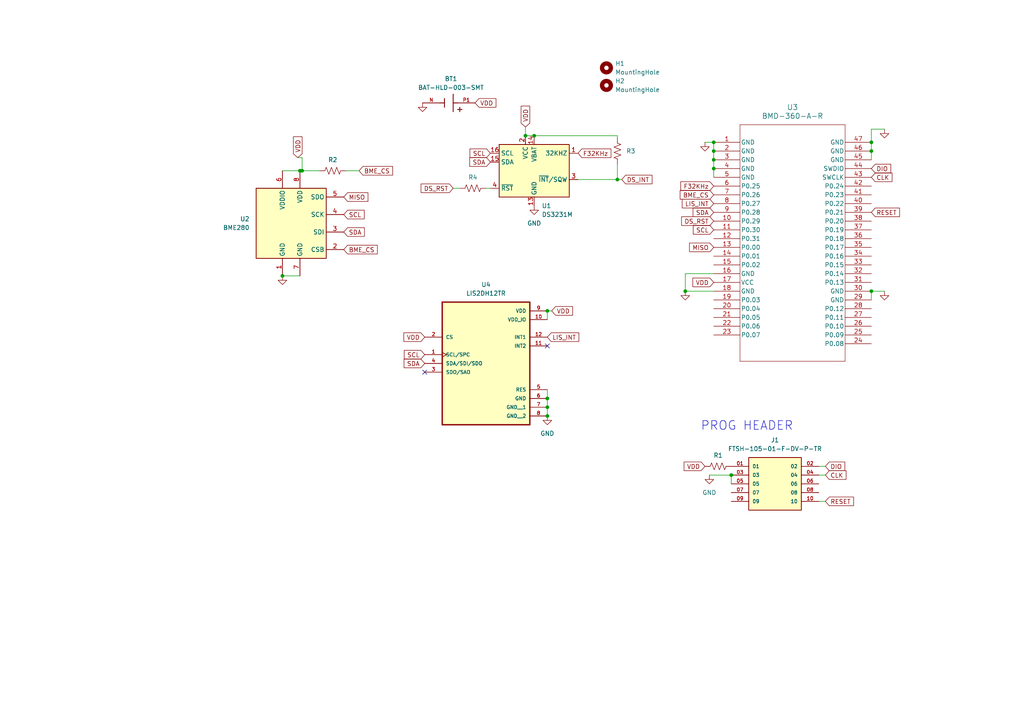
<source format=kicad_sch>
(kicad_sch (version 20231120) (generator "eeschema") (generator_version "8.0")
  (paper "A4")
  (lib_symbols
    (symbol "BAT-HLD-003-SMT:BAT-HLD-003-SMT" (pin_names (offset 1.016))
      (property "Reference" "BT" (at -3.81 3.81 0))
      (property "Value" "BAT-HLD-003-SMT" (at -3.81 -5.08 0))
      (symbol "BAT-HLD-003-SMT_0_0"
        (polyline (pts (xy -3.81 1.905) (xy -2.54 1.905)) (stroke (width 0.254)))
        (polyline (pts (xy -3.175 2.54) (xy -3.175 1.27)) (stroke (width 0.254)))
        (polyline (pts (xy -1.27 0) (xy -2.54 0)) (stroke (width 0.254)))
        (polyline (pts (xy -1.27 0) (xy -1.27 -2.54)) (stroke (width 0.254)))
        (polyline (pts (xy -1.27 2.54) (xy -1.27 0)) (stroke (width 0.254)))
        (polyline (pts (xy 1.27 0) (xy 1.27 -1.27)) (stroke (width 0.254)))
        (polyline (pts (xy 1.27 0) (xy 2.54 0)) (stroke (width 0.254)))
        (polyline (pts (xy 1.27 1.27) (xy 1.27 0)) (stroke (width 0.254)))
        (pin passive line (at 7.62 0 180) (length 5.08) (name "~") (number "N"))
        (pin passive line (at -7.62 0 0) (length 5.08) (name "~") (number "P1"))
      )
    )
    (symbol "BMD-360-A-R:BMD-360-A-R" (pin_names (offset 0.254))
      (property "Reference" "U" (at 22.86 10.16 0))
      (property "Value" "BMD-360-A-R" (at 22.86 7.62 0))
      (symbol "BMD-360-A-R_0_1"
        (polyline (pts (xy 7.62 -63.5) (xy 38.1 -63.5)) (stroke (width 0.127)))
        (polyline (pts (xy 7.62 5.08) (xy 7.62 -63.5)) (stroke (width 0.127)))
        (polyline (pts (xy 38.1 -63.5) (xy 38.1 5.08)) (stroke (width 0.127)))
        (polyline (pts (xy 38.1 5.08) (xy 7.62 5.08)) (stroke (width 0.127)))
        (pin power_out line (at 0 0 0) (length 7.62) (name "GND") (number "1"))
        (pin bidirectional line (at 0 -22.86 0) (length 7.62) (name "P0.29") (number "10"))
        (pin bidirectional line (at 0 -25.4 0) (length 7.62) (name "P0.30") (number "11"))
        (pin bidirectional line (at 0 -27.94 0) (length 7.62) (name "P0.31") (number "12"))
        (pin bidirectional line (at 0 -30.48 0) (length 7.62) (name "P0.00") (number "13"))
        (pin bidirectional line (at 0 -33.02 0) (length 7.62) (name "P0.01") (number "14"))
        (pin bidirectional line (at 0 -35.56 0) (length 7.62) (name "P0.02") (number "15"))
        (pin power_out line (at 0 -38.1 0) (length 7.62) (name "GND") (number "16"))
        (pin power_in line (at 0 -40.64 0) (length 7.62) (name "VCC") (number "17"))
        (pin power_out line (at 0 -43.18 0) (length 7.62) (name "GND") (number "18"))
        (pin bidirectional line (at 0 -45.72 0) (length 7.62) (name "P0.03") (number "19"))
        (pin power_out line (at 0 -2.54 0) (length 7.62) (name "GND") (number "2"))
        (pin bidirectional line (at 0 -48.26 0) (length 7.62) (name "P0.04") (number "20"))
        (pin bidirectional line (at 0 -50.8 0) (length 7.62) (name "P0.05") (number "21"))
        (pin bidirectional line (at 0 -53.34 0) (length 7.62) (name "P0.06") (number "22"))
        (pin bidirectional line (at 0 -55.88 0) (length 7.62) (name "P0.07") (number "23"))
        (pin bidirectional line (at 45.72 -58.42 180) (length 7.62) (name "P0.08") (number "24"))
        (pin bidirectional line (at 45.72 -55.88 180) (length 7.62) (name "P0.09") (number "25"))
        (pin bidirectional line (at 45.72 -53.34 180) (length 7.62) (name "P0.10") (number "26"))
        (pin bidirectional line (at 45.72 -50.8 180) (length 7.62) (name "P0.11") (number "27"))
        (pin bidirectional line (at 45.72 -48.26 180) (length 7.62) (name "P0.12") (number "28"))
        (pin power_out line (at 45.72 -45.72 180) (length 7.62) (name "GND") (number "29"))
        (pin power_out line (at 0 -5.08 0) (length 7.62) (name "GND") (number "3"))
        (pin power_out line (at 45.72 -43.18 180) (length 7.62) (name "GND") (number "30"))
        (pin bidirectional line (at 45.72 -40.64 180) (length 7.62) (name "P0.13") (number "31"))
        (pin bidirectional line (at 45.72 -38.1 180) (length 7.62) (name "P0.14") (number "32"))
        (pin bidirectional line (at 45.72 -35.56 180) (length 7.62) (name "P0.15") (number "33"))
        (pin bidirectional line (at 45.72 -33.02 180) (length 7.62) (name "P0.16") (number "34"))
        (pin bidirectional line (at 45.72 -30.48 180) (length 7.62) (name "P0.17") (number "35"))
        (pin bidirectional line (at 45.72 -27.94 180) (length 7.62) (name "P0.18") (number "36"))
        (pin bidirectional line (at 45.72 -25.4 180) (length 7.62) (name "P0.19") (number "37"))
        (pin bidirectional line (at 45.72 -22.86 180) (length 7.62) (name "P0.20") (number "38"))
        (pin bidirectional line (at 45.72 -20.32 180) (length 7.62) (name "P0.21") (number "39"))
        (pin power_out line (at 0 -7.62 0) (length 7.62) (name "GND") (number "4"))
        (pin bidirectional line (at 45.72 -17.78 180) (length 7.62) (name "P0.22") (number "40"))
        (pin bidirectional line (at 45.72 -15.24 180) (length 7.62) (name "P0.23") (number "41"))
        (pin bidirectional line (at 45.72 -12.7 180) (length 7.62) (name "P0.24") (number "42"))
        (pin input line (at 45.72 -10.16 180) (length 7.62) (name "SWCLK") (number "43"))
        (pin bidirectional line (at 45.72 -7.62 180) (length 7.62) (name "SWDIO") (number "44"))
        (pin power_out line (at 45.72 -5.08 180) (length 7.62) (name "GND") (number "45"))
        (pin power_out line (at 45.72 -2.54 180) (length 7.62) (name "GND") (number "46"))
        (pin power_out line (at 45.72 0 180) (length 7.62) (name "GND") (number "47"))
        (pin power_out line (at 0 -10.16 0) (length 7.62) (name "GND") (number "5"))
        (pin bidirectional line (at 0 -12.7 0) (length 7.62) (name "P0.25") (number "6"))
        (pin bidirectional line (at 0 -15.24 0) (length 7.62) (name "P0.26") (number "7"))
        (pin bidirectional line (at 0 -17.78 0) (length 7.62) (name "P0.27") (number "8"))
        (pin bidirectional line (at 0 -20.32 0) (length 7.62) (name "P0.28") (number "9"))
      )
    )
    (symbol "Device:R_US" (pin_numbers hide) (pin_names (offset 0))
      (property "Reference" "R" (at 2.54 0 90))
      (property "Value" "R_US" (at -2.54 0 90))
      (symbol "R_US_0_1"
        (polyline (pts (xy 0 -2.286) (xy 0 -2.54)))
        (polyline (pts (xy 0 2.286) (xy 0 2.54)))
        (polyline (pts (xy 0 -0.762) (xy 1.016 -1.143) (xy 0 -1.524) (xy -1.016 -1.905) (xy 0 -2.286)))
        (polyline (pts (xy 0 0.762) (xy 1.016 0.381) (xy 0 0) (xy -1.016 -0.381) (xy 0 -0.762)))
        (polyline (pts (xy 0 2.286) (xy 1.016 1.905) (xy 0 1.524) (xy -1.016 1.143) (xy 0 0.762)))
      )
      (symbol "R_US_1_1"
        (pin passive line (at 0 3.81 270) (length 1.27) (name "~") (number "1"))
        (pin passive line (at 0 -3.81 90) (length 1.27) (name "~") (number "2"))
      )
    )
    (symbol "FTSH-105-01-F-DV-P-TR:FTSH-105-01-F-DV-P-TR" (pin_names (offset 1.016))
      (property "Reference" "J" (at -8.12 7.62 0))
      (property "Value" "FTSH-105-01-F-DV-P-TR" (at -7.62 -10.16 0))
      (symbol "FTSH-105-01-F-DV-P-TR_0_0"
        (rectangle (start -7.62 -7.62) (end 7.62 7.62) (stroke (width 0.254)) (fill (type background)))
        (pin passive line (at -12.7 5.08 0) (length 5.08) (name "01") (number "01"))
        (pin passive line (at 12.7 5.08 180) (length 5.08) (name "02") (number "02"))
        (pin passive line (at -12.7 2.54 0) (length 5.08) (name "03") (number "03"))
        (pin passive line (at 12.7 2.54 180) (length 5.08) (name "04") (number "04"))
        (pin passive line (at -12.7 0 0) (length 5.08) (name "05") (number "05"))
        (pin passive line (at 12.7 0 180) (length 5.08) (name "06") (number "06"))
        (pin passive line (at -12.7 -2.54 0) (length 5.08) (name "07") (number "07"))
        (pin passive line (at 12.7 -2.54 180) (length 5.08) (name "08") (number "08"))
        (pin passive line (at -12.7 -5.08 0) (length 5.08) (name "09") (number "09"))
        (pin passive line (at 12.7 -5.08 180) (length 5.08) (name "10") (number "10"))
      )
    )
    (symbol "LIS2DH12TR:LIS2DH12TR" (pin_names (offset 1.016))
      (property "Reference" "U" (at -12.7489 15.2986 0))
      (property "Value" "LIS2DH12TR" (at -12.7525 -22.9337 0))
      (symbol "LIS2DH12TR_0_0"
        (rectangle (start -12.7 -20.32) (end 12.7 15.24) (stroke (width 0.41)) (fill (type background)))
        (pin bidirectional clock (at -17.78 0 0) (length 5.08) (name "SCL/SPC") (number "1"))
        (pin power_in line (at 17.78 10.16 180) (length 5.08) (name "VDD_IO") (number "10"))
        (pin output line (at 17.78 2.54 180) (length 5.08) (name "INT2") (number "11"))
        (pin output line (at 17.78 5.08 180) (length 5.08) (name "INT1") (number "12"))
        (pin input line (at -17.78 5.08 0) (length 5.08) (name "CS") (number "2"))
        (pin bidirectional line (at -17.78 -5.08 0) (length 5.08) (name "SDO/SAO") (number "3"))
        (pin bidirectional line (at -17.78 -2.54 0) (length 5.08) (name "SDA/SDI/SDO") (number "4"))
        (pin power_in line (at 17.78 -10.16 180) (length 5.08) (name "RES") (number "5"))
        (pin power_in line (at 17.78 -12.7 180) (length 5.08) (name "GND") (number "6"))
        (pin power_in line (at 17.78 -15.24 180) (length 5.08) (name "GND__1") (number "7"))
        (pin power_in line (at 17.78 -17.78 180) (length 5.08) (name "GND__2") (number "8"))
        (pin power_in line (at 17.78 12.7 180) (length 5.08) (name "VDD") (number "9"))
      )
    )
    (symbol "Mechanical:MountingHole" (pin_names (offset 1.016))
      (property "Reference" "H" (at 0 5.08 0))
      (property "Value" "MountingHole" (at 0 3.175 0))
      (symbol "MountingHole_0_1"
        (circle (center 0 0) (radius 1.27) (stroke (width 1.27)))
      )
    )
    (symbol "Sensor:BME280"
      (property "Reference" "U" (at -8.89 11.43 0))
      (property "Value" "BME280" (at 7.62 11.43 0))
      (symbol "BME280_0_1"
        (rectangle (start -10.16 10.16) (end 10.16 -10.16) (stroke (width 0.254)) (fill (type background)))
      )
      (symbol "BME280_1_1"
        (pin power_in line (at -2.54 -15.24 90) (length 5.08) (name "GND") (number "1"))
        (pin input line (at 15.24 -7.62 180) (length 5.08) (name "CSB") (number "2"))
        (pin bidirectional line (at 15.24 -2.54 180) (length 5.08) (name "SDI") (number "3"))
        (pin input line (at 15.24 2.54 180) (length 5.08) (name "SCK") (number "4"))
        (pin bidirectional line (at 15.24 7.62 180) (length 5.08) (name "SDO") (number "5"))
        (pin power_in line (at -2.54 15.24 270) (length 5.08) (name "VDDIO") (number "6"))
        (pin power_in line (at 2.54 -15.24 90) (length 5.08) (name "GND") (number "7"))
        (pin power_in line (at 2.54 15.24 270) (length 5.08) (name "VDD") (number "8"))
      )
    )
    (symbol "Timer_RTC:DS3231M"
      (property "Reference" "U" (at -7.62 8.89 0))
      (property "Value" "DS3231M" (at 10.16 8.89 0))
      (symbol "DS3231M_0_1"
        (rectangle (start -10.16 7.62) (end 10.16 -7.62) (stroke (width 0.254)) (fill (type background)))
      )
      (symbol "DS3231M_1_1"
        (pin open_collector line (at 12.7 5.08 180) (length 2.54) (name "32KHZ") (number "1"))
        (pin passive line (at 0 -10.16 90) (length 2.54) hide (name "GND") (number "10"))
        (pin passive line (at 0 -10.16 90) (length 2.54) hide (name "GND") (number "11"))
        (pin passive line (at 0 -10.16 90) (length 2.54) hide (name "GND") (number "12"))
        (pin power_in line (at 0 -10.16 90) (length 2.54) (name "GND") (number "13"))
        (pin power_in line (at 0 10.16 270) (length 2.54) (name "VBAT") (number "14"))
        (pin bidirectional line (at -12.7 2.54 0) (length 2.54) (name "SDA") (number "15"))
        (pin input line (at -12.7 5.08 0) (length 2.54) (name "SCL") (number "16"))
        (pin power_in line (at -2.54 10.16 270) (length 2.54) (name "VCC") (number "2"))
        (pin open_collector line (at 12.7 -2.54 180) (length 2.54) (name "~{INT}/SQW") (number "3"))
        (pin bidirectional line (at -12.7 -5.08 0) (length 2.54) (name "~{RST}") (number "4"))
        (pin passive line (at 0 -10.16 90) (length 2.54) hide (name "GND") (number "5"))
        (pin passive line (at 0 -10.16 90) (length 2.54) hide (name "GND") (number "6"))
        (pin passive line (at 0 -10.16 90) (length 2.54) hide (name "GND") (number "7"))
        (pin passive line (at 0 -10.16 90) (length 2.54) hide (name "GND") (number "8"))
        (pin passive line (at 0 -10.16 90) (length 2.54) hide (name "GND") (number "9"))
      )
    )
    (symbol "power:GND" (power) (pin_names (offset 0))
      (property "Value" "GND" (at 0 -3.81 0))
      (symbol "GND_0_1"
        (polyline (pts (xy 0 0) (xy 0 -1.27) (xy 1.27 -1.27) (xy 0 -2.54) (xy -1.27 -1.27) (xy 0 -1.27)))
      )
      (symbol "GND_1_1"
        (pin power_in line (at 0 0 270) (length 0) hide (name "GND") (number "1"))
      )
    )
  )
  (junction (at 179.07 52.07))
  (junction (at 158.75 115.57))
  (junction (at 81.915 80.01))
  (junction (at 87.63 49.53))
  (junction (at 207.01 43.815))
  (junction (at 86.995 49.53))
  (junction (at 158.75 90.17))
  (junction (at 158.75 118.11))
  (junction (at 154.94 39.37))
  (junction (at 212.09 137.795))
  (junction (at 198.755 84.455))
  (junction (at 207.01 41.275))
  (junction (at 252.73 84.455))
  (junction (at 207.01 46.355))
  (junction (at 252.73 41.275))
  (junction (at 152.4 39.37))
  (junction (at 158.75 120.65))
  (junction (at 252.73 43.815))
  (junction (at 207.01 48.895))
  (no_connect (at 158.75 100.33))
  (no_connect (at 123.19 107.95))
  (wire (pts (xy 158.75 118.11) (xy 158.75 120.65)))
  (wire (pts (xy 179.07 47.625) (xy 179.07 52.07)))
  (wire (pts (xy 252.73 43.815) (xy 252.73 41.275)))
  (wire (pts (xy 179.07 39.37) (xy 154.94 39.37)))
  (wire (pts (xy 140.97 54.61) (xy 142.24 54.61)))
  (wire (pts (xy 252.73 86.995) (xy 252.73 84.455)))
  (wire (pts (xy 86.995 49.53) (xy 87.63 49.53)))
  (wire (pts (xy 207.01 79.375) (xy 198.755 79.375)))
  (wire (pts (xy 179.07 40.005) (xy 179.07 39.37)))
  (wire (pts (xy 152.4 39.37) (xy 154.94 39.37)))
  (wire (pts (xy 205.74 137.795) (xy 212.09 137.795)))
  (wire (pts (xy 204.47 41.275) (xy 207.01 41.275)))
  (wire (pts (xy 81.915 80.01) (xy 86.995 80.01)))
  (wire (pts (xy 237.49 135.255) (xy 239.395 135.255)))
  (wire (pts (xy 252.73 37.465) (xy 256.54 37.465)))
  (wire (pts (xy 100.33 49.53) (xy 104.14 49.53)))
  (wire (pts (xy 252.73 84.455) (xy 256.54 84.455)))
  (wire (pts (xy 237.49 145.415) (xy 239.395 145.415)))
  (wire (pts (xy 87.63 45.72) (xy 87.63 49.53)))
  (wire (pts (xy 87.63 45.72) (xy 86.36 45.72)))
  (wire (pts (xy 81.915 49.53) (xy 86.995 49.53)))
  (wire (pts (xy 207.01 46.355) (xy 207.01 48.895)))
  (wire (pts (xy 158.75 115.57) (xy 158.75 118.11)))
  (wire (pts (xy 158.75 90.17) (xy 160.02 90.17)))
  (wire (pts (xy 237.49 137.795) (xy 239.395 137.795)))
  (wire (pts (xy 252.73 46.355) (xy 252.73 43.815)))
  (wire (pts (xy 158.75 113.03) (xy 158.75 115.57)))
  (wire (pts (xy 207.01 43.815) (xy 207.01 46.355)))
  (wire (pts (xy 131.445 54.61) (xy 133.35 54.61)))
  (wire (pts (xy 198.755 79.375) (xy 198.755 84.455)))
  (wire (pts (xy 212.09 137.795) (xy 212.09 140.335)))
  (wire (pts (xy 207.01 48.895) (xy 207.01 51.435)))
  (wire (pts (xy 179.07 52.07) (xy 180.34 52.07)))
  (wire (pts (xy 167.64 52.07) (xy 179.07 52.07)))
  (wire (pts (xy 207.01 41.275) (xy 207.01 43.815)))
  (wire (pts (xy 152.4 36.83) (xy 152.4 39.37)))
  (wire (pts (xy 252.73 41.275) (xy 252.73 37.465)))
  (wire (pts (xy 198.755 84.455) (xy 207.01 84.455)))
  (wire (pts (xy 158.75 90.17) (xy 158.75 92.71)))
  (wire (pts (xy 87.63 49.53) (xy 92.71 49.53)))
  (text "PROG HEADER" (at 203.2 125.095 0) (effects (font (size 2.54 2.54)) (justify left bottom)))
  (global_label "DS_RST" (shape input) (at 131.445 54.61 180) (property "Intersheetrefs" "${INTERSHEET_REFS}" (effects (hide yes))))
  (global_label "VDD" (shape input) (at 160.02 90.17 0) (property "Intersheetrefs" "${INTERSHEET_REFS}" (effects (hide yes))))
  (global_label "VDD" (shape input) (at 86.36 45.72 90) (property "Intersheetrefs" "${INTERSHEET_REFS}" (effects (hide yes))))
  (global_label "CLK" (shape input) (at 252.73 51.435 0) (property "Intersheetrefs" "${INTERSHEET_REFS}" (effects (hide yes))))
  (global_label "SDA" (shape input) (at 99.695 67.31 0) (property "Intersheetrefs" "${INTERSHEET_REFS}" (effects (hide yes))))
  (global_label "SDA" (shape input) (at 207.01 61.595 180) (property "Intersheetrefs" "${INTERSHEET_REFS}" (effects (hide yes))))
  (global_label "DS_RST" (shape input) (at 207.01 64.135 180) (property "Intersheetrefs" "${INTERSHEET_REFS}" (effects (hide yes))))
  (global_label "SDA" (shape input) (at 142.24 46.99 180) (property "Intersheetrefs" "${INTERSHEET_REFS}" (effects (hide yes))))
  (global_label "VDD" (shape input) (at 207.01 81.915 180) (property "Intersheetrefs" "${INTERSHEET_REFS}" (effects (hide yes))))
  (global_label "VDD" (shape input) (at 204.47 135.255 180) (property "Intersheetrefs" "${INTERSHEET_REFS}" (effects (hide yes))))
  (global_label "DS_INT" (shape input) (at 180.34 52.07 0) (property "Intersheetrefs" "${INTERSHEET_REFS}" (effects (hide yes))))
  (global_label "BME_CS" (shape input) (at 99.695 72.39 0) (property "Intersheetrefs" "${INTERSHEET_REFS}" (effects (hide yes))))
  (global_label "RESET" (shape input) (at 252.73 61.595 0) (property "Intersheetrefs" "${INTERSHEET_REFS}" (effects (hide yes))))
  (global_label "SCL" (shape input) (at 207.01 66.675 180) (property "Intersheetrefs" "${INTERSHEET_REFS}" (effects (hide yes))))
  (global_label "SCL" (shape input) (at 123.19 102.87 180) (property "Intersheetrefs" "${INTERSHEET_REFS}" (effects (hide yes))))
  (global_label "SCL" (shape input) (at 142.24 44.45 180) (property "Intersheetrefs" "${INTERSHEET_REFS}" (effects (hide yes))))
  (global_label "LIS_INT" (shape input) (at 158.75 97.79 0) (property "Intersheetrefs" "${INTERSHEET_REFS}" (effects (hide yes))))
  (global_label "RESET" (shape input) (at 239.395 145.415 0) (property "Intersheetrefs" "${INTERSHEET_REFS}" (effects (hide yes))))
  (global_label "MISO" (shape input) (at 99.695 57.15 0) (property "Intersheetrefs" "${INTERSHEET_REFS}" (effects (hide yes))))
  (global_label "BME_CS" (shape input) (at 104.14 49.53 0) (property "Intersheetrefs" "${INTERSHEET_REFS}" (effects (hide yes))))
  (global_label "CLK" (shape input) (at 239.395 137.795 0) (property "Intersheetrefs" "${INTERSHEET_REFS}" (effects (hide yes))))
  (global_label "SCL" (shape input) (at 99.695 62.23 0) (property "Intersheetrefs" "${INTERSHEET_REFS}" (effects (hide yes))))
  (global_label "BME_CS" (shape input) (at 207.01 56.515 180) (property "Intersheetrefs" "${INTERSHEET_REFS}" (effects (hide yes))))
  (global_label "SDA" (shape input) (at 123.19 105.41 180) (property "Intersheetrefs" "${INTERSHEET_REFS}" (effects (hide yes))))
  (global_label "VDD" (shape input) (at 137.795 29.845 0) (property "Intersheetrefs" "${INTERSHEET_REFS}" (effects (hide yes))))
  (global_label "LIS_INT" (shape input) (at 207.01 59.055 180) (property "Intersheetrefs" "${INTERSHEET_REFS}" (effects (hide yes))))
  (global_label "VDD" (shape input) (at 123.19 97.79 180) (property "Intersheetrefs" "${INTERSHEET_REFS}" (effects (hide yes))))
  (global_label "F32KHz" (shape input) (at 207.01 53.975 180) (property "Intersheetrefs" "${INTERSHEET_REFS}" (effects (hide yes))))
  (global_label "MISO" (shape input) (at 207.01 71.755 180) (property "Intersheetrefs" "${INTERSHEET_REFS}" (effects (hide yes))))
  (global_label "F32KHz" (shape input) (at 167.64 44.45 0) (property "Intersheetrefs" "${INTERSHEET_REFS}" (effects (hide yes))))
  (global_label "DIO" (shape input) (at 252.73 48.895 0) (property "Intersheetrefs" "${INTERSHEET_REFS}" (effects (hide yes))))
  (global_label "VDD" (shape input) (at 152.4 36.83 90) (property "Intersheetrefs" "${INTERSHEET_REFS}" (effects (hide yes))))
  (global_label "DIO" (shape input) (at 239.395 135.255 0) (property "Intersheetrefs" "${INTERSHEET_REFS}" (effects (hide yes))))
  (symbol (lib_id "Mechanical:MountingHole") (at 175.895 19.685 0) (unit 1)
    (property "Reference" "H1" (at 178.435 18.415 0) (effects (justify left)))
    (property "Value" "MountingHole" (at 178.435 20.955 0) (effects (justify left)))
    (property "Footprint" "MountingHole:MountingHole_2.5mm" (effects (hide yes)))
  )
  (symbol (lib_id "power:GND") (at 205.74 137.795 0) (unit 1)
    (property "Reference" "#PWR08" (effects (hide yes)))
    (property "Value" "GND" (at 205.74 142.875 0))
  )
  (symbol (lib_id "power:GND") (at 154.94 59.69 0) (unit 1)
    (property "Reference" "#PWR09" (effects (hide yes)))
    (property "Value" "GND" (at 154.94 64.77 0))
  )
  (symbol (lib_id "Device:R_US") (at 179.07 43.815 180) (unit 1)
    (property "Reference" "R3" (at 181.61 43.8149 0) (effects (justify right)))
    (property "Value" "10k" (effects (hide yes)))
    (property "Footprint" "Resistor_SMD:R_0603_1608Metric_Pad0.98x0.95mm_HandSolder" (effects (hide yes)))
    (property "Datasheet" "https://www.yageo.com/upload/media/product/products/datasheet/rchip/PYu-RC_51_RoHS_P_4.pdf" (effects (hide yes)))
    (property "Digikey P/N" "YAG1290CT-ND" (effects (hide yes)))
    (property "Price" "0.10" (effects (hide yes)))
    (property "Manufacturer P/N" "RC0603FR-0710KP" (effects (hide yes)))
    (property "Seeed Alt." "301010299" (effects (hide yes)))
  )
  (symbol (lib_id "power:GND") (at 256.54 37.465 0) (unit 1)
    (property "Reference" "#PWR01" (effects (hide yes)))
    (property "Value" "GND" (effects (hide yes)))
  )
  (symbol (lib_id "power:GND") (at 81.915 80.01 0) (unit 1)
    (property "Reference" "#PWR02" (effects (hide yes)))
    (property "Value" "GND" (effects (hide yes)))
  )
  (symbol (lib_id "Device:R_US") (at 208.28 135.255 90) (unit 1)
    (property "Reference" "R1" (at 208.28 132.08 90))
    (property "Value" "10k" (effects (hide yes)))
    (property "Footprint" "Resistor_SMD:R_0603_1608Metric_Pad0.98x0.95mm_HandSolder" (effects (hide yes)))
    (property "Datasheet" "https://www.yageo.com/upload/media/product/products/datasheet/rchip/PYu-RC_51_RoHS_P_4.pdf" (effects (hide yes)))
    (property "Digikey P/N" "YAG1290CT-ND" (effects (hide yes)))
    (property "Price" "0.10" (effects (hide yes)))
    (property "Manufacturer P/N" "RC0603FR-0710KP" (effects (hide yes)))
    (property "Seeed Alt." "301010299" (effects (hide yes)))
  )
  (symbol (lib_id "Timer_RTC:DS3231M") (at 154.94 49.53 0) (unit 1)
    (property "Reference" "U1" (at 157.1341 59.69 0) (effects (justify left)))
    (property "Value" "DS3231M" (at 157.1341 62.23 0) (effects (justify left)))
    (property "Footprint" "Package_SO:SOIC-16W_7.5x10.3mm_P1.27mm" (effects (hide yes)))
    (property "Datasheet" "http://datasheets.maximintegrated.com/en/ds/DS3231.pdf" (effects (hide yes)))
    (property "Description" "Extremely Accurate I2C-Integrated RTC/TCXO/Crystal SOIC-16" (effects (hide yes)))
  )
  (symbol (lib_id "power:GND") (at 198.755 84.455 0) (unit 1)
    (property "Reference" "#PWR05" (effects (hide yes)))
    (property "Value" "GND" (effects (hide yes)))
  )
  (symbol (lib_id "power:GND") (at 122.555 29.845 0) (unit 1)
    (property "Reference" "#PWR03" (effects (hide yes)))
    (property "Value" "GND" (effects (hide yes)))
  )
  (symbol (lib_id "Device:R_US") (at 137.16 54.61 270) (unit 1)
    (property "Reference" "R4" (at 137.16 51.435 90))
    (property "Value" "10k" (effects (hide yes)))
    (property "Footprint" "Resistor_SMD:R_0603_1608Metric_Pad0.98x0.95mm_HandSolder" (effects (hide yes)))
    (property "Datasheet" "https://www.yageo.com/upload/media/product/products/datasheet/rchip/PYu-RC_51_RoHS_P_4.pdf" (effects (hide yes)))
    (property "Digikey P/N" "YAG1290CT-ND" (effects (hide yes)))
    (property "Price" "0.10" (effects (hide yes)))
    (property "Manufacturer P/N" "RC0603FR-0710KP" (effects (hide yes)))
    (property "Seeed Alt." "301010299" (effects (hide yes)))
  )
  (symbol (lib_id "BMD-360-A-R:BMD-360-A-R") (at 207.01 41.275 0) (unit 1)
    (property "Reference" "U3" (at 229.87 31.115 0) (effects (font (size 1.524 1.524))))
    (property "Value" "BMD-360-A-R" (at 229.87 33.655 0) (effects (font (size 1.524 1.524))))
    (property "Footprint" "BMD-360_UBL" (effects (hide yes)))
    (property "Datasheet" "BMD-360-A-R" (effects (hide yes)))
  )
  (symbol (lib_id "FTSH-105-01-F-DV-P-TR:FTSH-105-01-F-DV-P-TR") (at 224.79 140.335 0) (unit 1)
    (property "Reference" "J1" (at 224.79 127.635 0))
    (property "Value" "FTSH-105-01-F-DV-P-TR" (at 224.79 130.175 0))
    (property "Footprint" "FTSH-105-01-F-DV-P-TR:SAMTEC_FTSH-105-01-F-DV-P-TR" (effects (hide yes)))
    (property "Datasheet" "https://gct.co/files/drawings/BD125.pdf" (effects (hide yes)))
    (property "Description" "\nConnector Header Surface Mount 10 position 0.050 (1.27mm)\n" (effects (hide yes)))
    (property "Price" "1.42" (effects (hide yes)))
    (property "Digikey P/N" "2073-BD125-10-A-0305-0580-L-BCT-ND" (effects (hide yes)))
    (property "Manufacturer P/N" "BD125-10-A-0305-0580-L-B" (effects (hide yes)))
  )
  (symbol (lib_id "Mechanical:MountingHole") (at 175.895 24.765 0) (unit 1)
    (property "Reference" "H2" (at 178.435 23.495 0) (effects (justify left)))
    (property "Value" "MountingHole" (at 178.435 26.035 0) (effects (justify left)))
    (property "Footprint" "MountingHole:MountingHole_2.5mm" (effects (hide yes)))
  )
  (symbol (lib_id "LIS2DH12TR:LIS2DH12TR") (at 140.97 102.87 0) (unit 1)
    (property "Reference" "U4" (at 140.97 82.55 0))
    (property "Value" "LIS2DH12TR" (at 140.97 85.09 0))
    (property "Footprint" "LIS2DH12TR:PQFN50P200X200100-12N" (effects (hide yes)))
    (property "MF" "STMicroelectronics" (effects (hide yes)))
    (property "DESCRIPTION" "MEMS digital output motion sensor: ultra low-power high performance 3-axes femto accelerometer" (effects (hide yes)))
    (property "PACKAGE" "LGA-12 STMicroelectronics" (effects (hide yes)))
    (property "PRICE" "0.87 USD" (effects (hide yes)))
    (property "MP" "LIS2DH12TR" (effects (hide yes)))
    (property "AVAILABILITY" "Good" (effects (hide yes)))
  )
  (symbol (lib_id "Sensor:BME280") (at 84.455 64.77 0) (unit 1)
    (property "Reference" "U2" (at 72.39 63.5 0) (effects (justify right)))
    (property "Value" "BME280" (at 72.39 66.04 0) (effects (justify right)))
    (property "Footprint" "Package_LGA:Bosch_LGA-8_2.5x2.5mm_P0.65mm_ClockwisePinNumbering" (effects (hide yes)))
    (property "Datasheet" "https://www.bosch-sensortec.com/media/boschsensortec/downloads/datasheets/bst-bme280-ds002.pdf" (effects (hide yes)))
  )
  (symbol (lib_id "power:GND") (at 204.47 41.275 0) (unit 1)
    (property "Reference" "#PWR06" (effects (hide yes)))
    (property "Value" "GND" (effects (hide yes)))
  )
  (symbol (lib_id "Device:R_US") (at 96.52 49.53 90) (unit 1)
    (property "Reference" "R2" (at 96.52 46.355 90))
    (property "Value" "10k" (effects (hide yes)))
    (property "Footprint" "Resistor_SMD:R_0603_1608Metric_Pad0.98x0.95mm_HandSolder" (effects (hide yes)))
    (property "Datasheet" "https://www.yageo.com/upload/media/product/products/datasheet/rchip/PYu-RC_51_RoHS_P_4.pdf" (effects (hide yes)))
    (property "Digikey P/N" "YAG1290CT-ND" (effects (hide yes)))
    (property "Price" "0.10" (effects (hide yes)))
    (property "Manufacturer P/N" "RC0603FR-0710KP" (effects (hide yes)))
    (property "Seeed Alt." "301010299" (effects (hide yes)))
  )
  (symbol (lib_id "power:GND") (at 158.75 120.65 0) (unit 1)
    (property "Reference" "#PWR07" (effects (hide yes)))
    (property "Value" "GND" (at 158.75 125.73 0))
  )
  (symbol (lib_id "power:GND") (at 256.54 84.455 0) (unit 1)
    (property "Reference" "#PWR04" (effects (hide yes)))
    (property "Value" "GND" (effects (hide yes)))
  )
  (symbol (lib_id "BAT-HLD-003-SMT:BAT-HLD-003-SMT") (at 130.175 29.845 180) (unit 1)
    (property "Reference" "BT1" (at 130.81 22.86 0))
    (property "Value" "BAT-HLD-003-SMT" (at 130.81 25.4 0))
    (property "Footprint" "BAT_HLD_003_SMT:BAT_BAT-HLD-003-SMT" (effects (hide yes)))
    (property "Description" "Battery Holder Coin 20 SMT Nickel" (effects (hide yes)))
    (property "SnapEDA_Link" "https://www.snapeda.com/parts/BAT-HLD-003-SMT/Linx/view-part/?ref=snap" (effects (hide yes)))
    (property "Check_prices" "https://www.snapeda.com/parts/BAT-HLD-003-SMT/Linx/view-part/?ref=eda" (effects (hide yes)))
    (property "Package" "None" (effects (hide yes)))
    (property "Price" "None" (effects (hide yes)))
    (property "MF" "Linx Technologies Inc." (effects (hide yes)))
    (property "MP" "BAT-HLD-003-SMT" (effects (hide yes)))
    (property "Purchase-URL" "https://www.snapeda.com/api/url_track_click_mouser/?unipart_id=6393643&manufacturer=Linx Technologies Inc.&part_name=BAT-HLD-003-SMT&search_term=None" (effects (hide yes)))
    (property "Availability" "In Stock" (effects (hide yes)))
  )
)
</source>
